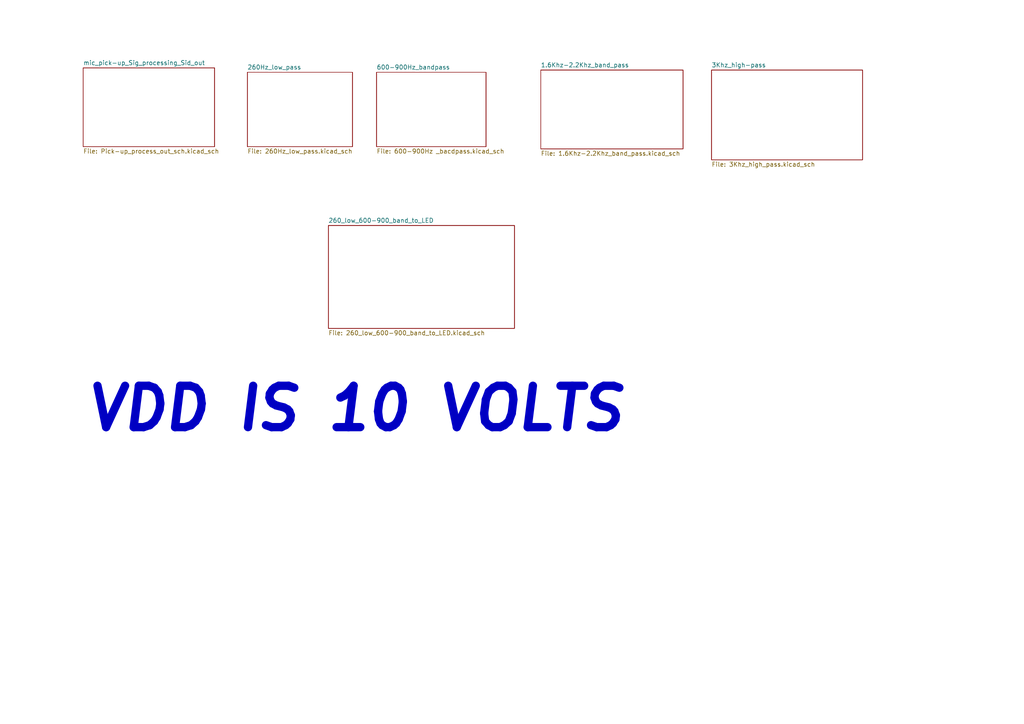
<source format=kicad_sch>
(kicad_sch (version 20211123) (generator eeschema)
  (paper "A4")
  (title_block (title "Microphone pick-up with bandpass filter for Display") (date "2022-09-10") (rev "1st Draft") (company "KAPZ & PON ELECTRIX") (comment 1 "4 channel filter "))
  (lib_symbols)
  (text "VDD IS 10 VOLTS " (at 24.13 125.73 0) (effects (font (size 12 12) (thickness 2.4) bold italic) (justify left bottom)))
  (sheet (at 206.375 20.32) (size 43.815 26.035) (stroke (width 0.1524))
    (property "Sheet name" "3Khz_high-pass" (at 206.375 19.6084 0) (effects (justify left bottom)))
    (property "Sheet file" "3Khz_high_pass.kicad_sch" (at 206.375 46.9396 0) (effects (justify left top)))
  )
  (sheet (at 95.25 65.405) (size 53.975 29.845) (stroke (width 0.1524))
    (property "Sheet name" "260_low_600-900_band_to_LED" (at 95.25 64.6934 0) (effects (justify left bottom)))
    (property "Sheet file" "260_low_600-900_band_to_LED.kicad_sch" (at 95.25 95.8346 0) (effects (justify left top)))
  )
  (sheet (at 156.845 20.32) (size 41.275 22.86) (stroke (width 0.1524))
    (property "Sheet name" "1.6Khz-2.2Khz_band_pass" (at 156.845 19.6084 0) (effects (justify left bottom)))
    (property "Sheet file" "1.6Khz-2.2Khz_band_pass.kicad_sch" (at 156.845 43.7646 0) (effects (justify left top)))
  )
  (sheet (at 109.22 20.955) (size 31.75 21.59) (stroke (width 0.1524))
    (property "Sheet name" "600-900Hz_bandpass" (at 109.22 20.2434 0) (effects (justify left bottom)))
    (property "Sheet file" "600-900Hz _bacdpass.kicad_sch" (at 109.22 43.1296 0) (effects (justify left top)))
  )
  (sheet (at 71.755 20.955) (size 30.48 21.59) (stroke (width 0.1524))
    (property "Sheet name" "260Hz_low_pass" (at 71.755 20.2434 0) (effects (justify left bottom)))
    (property "Sheet file" "260Hz_low_pass.kicad_sch" (at 71.755 43.1296 0) (effects (justify left top)))
  )
  (sheet (at 24.13 19.685) (size 38.1 22.86) (stroke (width 0.1524))
    (property "Sheet name" "mic_pick-up_Sig_processing_Sid_out" (at 24.13 18.9734 0) (effects (justify left bottom)))
    (property "Sheet file" "Pick-up_process_out_sch.kicad_sch" (at 24.13 43.1296 0) (effects (justify left top)))
  )
)
</source>
